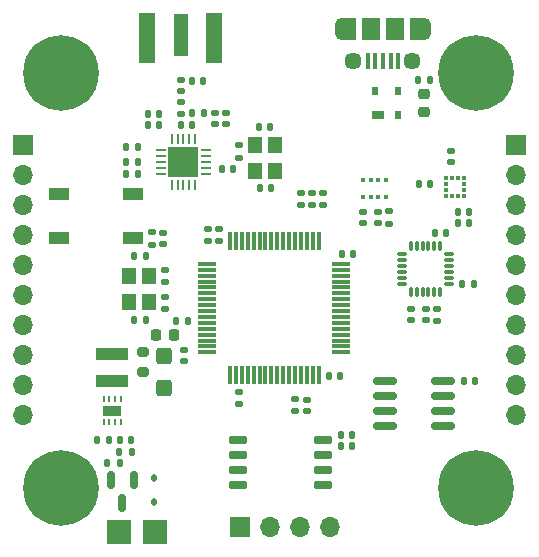
<source format=gts>
%TF.GenerationSoftware,KiCad,Pcbnew,(7.0.0)*%
%TF.CreationDate,2023-11-22T19:41:51+05:30*%
%TF.ProjectId,Drone_Controller_3.0,44726f6e-655f-4436-9f6e-74726f6c6c65,rev?*%
%TF.SameCoordinates,Original*%
%TF.FileFunction,Soldermask,Top*%
%TF.FilePolarity,Negative*%
%FSLAX46Y46*%
G04 Gerber Fmt 4.6, Leading zero omitted, Abs format (unit mm)*
G04 Created by KiCad (PCBNEW (7.0.0)) date 2023-11-22 19:41:51*
%MOMM*%
%LPD*%
G01*
G04 APERTURE LIST*
G04 Aperture macros list*
%AMRoundRect*
0 Rectangle with rounded corners*
0 $1 Rounding radius*
0 $2 $3 $4 $5 $6 $7 $8 $9 X,Y pos of 4 corners*
0 Add a 4 corners polygon primitive as box body*
4,1,4,$2,$3,$4,$5,$6,$7,$8,$9,$2,$3,0*
0 Add four circle primitives for the rounded corners*
1,1,$1+$1,$2,$3*
1,1,$1+$1,$4,$5*
1,1,$1+$1,$6,$7*
1,1,$1+$1,$8,$9*
0 Add four rect primitives between the rounded corners*
20,1,$1+$1,$2,$3,$4,$5,0*
20,1,$1+$1,$4,$5,$6,$7,0*
20,1,$1+$1,$6,$7,$8,$9,0*
20,1,$1+$1,$8,$9,$2,$3,0*%
G04 Aperture macros list end*
%ADD10RoundRect,0.140000X-0.140000X-0.170000X0.140000X-0.170000X0.140000X0.170000X-0.140000X0.170000X0*%
%ADD11RoundRect,0.135000X-0.135000X-0.185000X0.135000X-0.185000X0.135000X0.185000X-0.135000X0.185000X0*%
%ADD12R,1.800000X1.100000*%
%ADD13RoundRect,0.135000X0.185000X-0.135000X0.185000X0.135000X-0.185000X0.135000X-0.185000X-0.135000X0*%
%ADD14RoundRect,0.062500X0.062500X-0.350000X0.062500X0.350000X-0.062500X0.350000X-0.062500X-0.350000X0*%
%ADD15RoundRect,0.062500X0.350000X-0.062500X0.350000X0.062500X-0.350000X0.062500X-0.350000X-0.062500X0*%
%ADD16R,2.500000X2.500000*%
%ADD17RoundRect,0.140000X0.140000X0.170000X-0.140000X0.170000X-0.140000X-0.170000X0.140000X-0.170000X0*%
%ADD18RoundRect,0.218750X0.256250X-0.218750X0.256250X0.218750X-0.256250X0.218750X-0.256250X-0.218750X0*%
%ADD19R,1.270000X3.600000*%
%ADD20R,1.350000X4.200000*%
%ADD21RoundRect,0.140000X0.170000X-0.140000X0.170000X0.140000X-0.170000X0.140000X-0.170000X-0.140000X0*%
%ADD22RoundRect,0.150000X-0.150000X0.587500X-0.150000X-0.587500X0.150000X-0.587500X0.150000X0.587500X0*%
%ADD23RoundRect,0.200000X0.275000X-0.200000X0.275000X0.200000X-0.275000X0.200000X-0.275000X-0.200000X0*%
%ADD24RoundRect,0.075000X-0.350000X-0.075000X0.350000X-0.075000X0.350000X0.075000X-0.350000X0.075000X0*%
%ADD25RoundRect,0.075000X0.075000X-0.350000X0.075000X0.350000X-0.075000X0.350000X-0.075000X-0.350000X0*%
%ADD26RoundRect,0.218750X-0.218750X-0.256250X0.218750X-0.256250X0.218750X0.256250X-0.218750X0.256250X0*%
%ADD27R,0.250000X0.500000*%
%ADD28R,1.600000X0.900000*%
%ADD29RoundRect,0.135000X-0.185000X0.135000X-0.185000X-0.135000X0.185000X-0.135000X0.185000X0.135000X0*%
%ADD30RoundRect,0.150000X-0.825000X-0.150000X0.825000X-0.150000X0.825000X0.150000X-0.825000X0.150000X0*%
%ADD31C,0.800000*%
%ADD32C,6.400000*%
%ADD33RoundRect,0.140000X-0.170000X0.140000X-0.170000X-0.140000X0.170000X-0.140000X0.170000X0.140000X0*%
%ADD34RoundRect,0.150000X-0.650000X-0.150000X0.650000X-0.150000X0.650000X0.150000X-0.650000X0.150000X0*%
%ADD35RoundRect,0.135000X0.135000X0.185000X-0.135000X0.185000X-0.135000X-0.185000X0.135000X-0.185000X0*%
%ADD36RoundRect,0.147500X0.147500X0.172500X-0.147500X0.172500X-0.147500X-0.172500X0.147500X-0.172500X0*%
%ADD37R,1.700000X1.700000*%
%ADD38O,1.700000X1.700000*%
%ADD39R,2.000000X2.000000*%
%ADD40R,0.300000X0.350000*%
%ADD41R,0.350000X0.300000*%
%ADD42R,0.400000X1.350000*%
%ADD43O,1.200000X1.900000*%
%ADD44R,1.200000X1.900000*%
%ADD45C,1.450000*%
%ADD46R,1.500000X1.900000*%
%ADD47R,1.200000X1.400000*%
%ADD48R,2.750000X1.000000*%
%ADD49RoundRect,0.147500X-0.147500X-0.172500X0.147500X-0.172500X0.147500X0.172500X-0.147500X0.172500X0*%
%ADD50RoundRect,0.112500X0.112500X-0.187500X0.112500X0.187500X-0.112500X0.187500X-0.112500X-0.187500X0*%
%ADD51RoundRect,0.147500X0.172500X-0.147500X0.172500X0.147500X-0.172500X0.147500X-0.172500X-0.147500X0*%
%ADD52RoundRect,0.250000X-0.425000X0.450000X-0.425000X-0.450000X0.425000X-0.450000X0.425000X0.450000X0*%
%ADD53R,1.000000X0.700000*%
%ADD54R,0.600000X0.700000*%
%ADD55R,0.350000X0.350000*%
%ADD56RoundRect,0.075000X-0.700000X-0.075000X0.700000X-0.075000X0.700000X0.075000X-0.700000X0.075000X0*%
%ADD57RoundRect,0.075000X-0.075000X-0.700000X0.075000X-0.700000X0.075000X0.700000X-0.075000X0.700000X0*%
G04 APERTURE END LIST*
D10*
%TO.C,C4*%
X140772000Y-58953400D03*
X141732000Y-58953400D03*
%TD*%
D11*
%TO.C,R7*%
X130198400Y-81889600D03*
X131218400Y-81889600D03*
%TD*%
D12*
%TO.C,SW1*%
X126998799Y-61040399D03*
X133198799Y-61040399D03*
X126998799Y-64740399D03*
X133198799Y-64740399D03*
%TD*%
D13*
%TO.C,R4*%
X147421600Y-61976000D03*
X147421600Y-60956000D03*
%TD*%
D14*
%TO.C,U1*%
X136497000Y-60280600D03*
X136997000Y-60280600D03*
X137497000Y-60280600D03*
X137997000Y-60280600D03*
X138497000Y-60280600D03*
D15*
X139434500Y-59343100D03*
X139434500Y-58843100D03*
X139434500Y-58343100D03*
X139434500Y-57843100D03*
X139434500Y-57343100D03*
D14*
X138497000Y-56405600D03*
X137997000Y-56405600D03*
X137497000Y-56405600D03*
X136997000Y-56405600D03*
X136497000Y-56405600D03*
D15*
X135559500Y-57343100D03*
X135559500Y-57843100D03*
X135559500Y-58343100D03*
X135559500Y-58843100D03*
X135559500Y-59343100D03*
D16*
X137496999Y-58343099D03*
%TD*%
D17*
%TO.C,C5*%
X135430200Y-54279800D03*
X134470200Y-54279800D03*
%TD*%
D13*
%TO.C,R16*%
X135940800Y-68478400D03*
X135940800Y-67458400D03*
%TD*%
D18*
%TO.C,D3*%
X157835600Y-54127500D03*
X157835600Y-52552500D03*
%TD*%
D13*
%TO.C,R12*%
X149352000Y-61976000D03*
X149352000Y-60956000D03*
%TD*%
D19*
%TO.C,J1*%
X137261599Y-47628199D03*
D20*
X140086599Y-47828199D03*
X134436599Y-47828199D03*
%TD*%
D21*
%TO.C,C19*%
X160172400Y-58341200D03*
X160172400Y-57381200D03*
%TD*%
D22*
%TO.C,Q1*%
X133284000Y-85297800D03*
X131384000Y-85297800D03*
X132334000Y-87172800D03*
%TD*%
D10*
%TO.C,C13*%
X161114800Y-68630800D03*
X162074800Y-68630800D03*
%TD*%
D23*
%TO.C,FB2*%
X134061200Y-76087800D03*
X134061200Y-74437800D03*
%TD*%
D24*
%TO.C,U2*%
X156038000Y-66161600D03*
X156038000Y-66661600D03*
X156038000Y-67161600D03*
X156038000Y-67661600D03*
X156038000Y-68161600D03*
X156038000Y-68661600D03*
D25*
X156738000Y-69361600D03*
X157238000Y-69361600D03*
X157738000Y-69361600D03*
X158238000Y-69361600D03*
X158738000Y-69361600D03*
X159238000Y-69361600D03*
D24*
X159938000Y-68661600D03*
X159938000Y-68161600D03*
X159938000Y-67661600D03*
X159938000Y-67161600D03*
X159938000Y-66661600D03*
X159938000Y-66161600D03*
D25*
X159238000Y-65461600D03*
X158738000Y-65461600D03*
X158238000Y-65461600D03*
X157738000Y-65461600D03*
X157238000Y-65461600D03*
X156738000Y-65461600D03*
%TD*%
D26*
%TO.C,D2*%
X135153300Y-72999600D03*
X136728300Y-72999600D03*
%TD*%
D21*
%TO.C,C8*%
X140157200Y-55166200D03*
X140157200Y-54206200D03*
%TD*%
D10*
%TO.C,C23*%
X132108000Y-81889600D03*
X133068000Y-81889600D03*
%TD*%
%TO.C,C31*%
X150904000Y-66090800D03*
X151864000Y-66090800D03*
%TD*%
D27*
%TO.C,U4*%
X130732399Y-80335199D03*
X131232399Y-80335199D03*
X131732399Y-80335199D03*
X132232399Y-80335199D03*
X132232399Y-78435199D03*
X131732399Y-78435199D03*
X131232399Y-78435199D03*
X130732399Y-78435199D03*
D28*
X131482399Y-79385199D03*
%TD*%
D29*
%TO.C,R14*%
X134823200Y-64310800D03*
X134823200Y-65330800D03*
%TD*%
D30*
%TO.C,U7*%
X154547800Y-76885800D03*
X154547800Y-78155800D03*
X154547800Y-79425800D03*
X154547800Y-80695800D03*
X159497800Y-80695800D03*
X159497800Y-79425800D03*
X159497800Y-78155800D03*
X159497800Y-76885800D03*
%TD*%
D31*
%TO.C,H3*%
X124740000Y-85966000D03*
X125442944Y-84268944D03*
X125442944Y-87663056D03*
X127140000Y-83566000D03*
D32*
X127140000Y-85966000D03*
D31*
X127140000Y-88366000D03*
X128837056Y-84268944D03*
X128837056Y-87663056D03*
X129540000Y-85966000D03*
%TD*%
D21*
%TO.C,C34*%
X139547600Y-64996000D03*
X139547600Y-64036000D03*
%TD*%
D33*
%TO.C,C29*%
X137515600Y-74224000D03*
X137515600Y-75184000D03*
%TD*%
D34*
%TO.C,U6*%
X142094400Y-81915000D03*
X142094400Y-83185000D03*
X142094400Y-84455000D03*
X142094400Y-85725000D03*
X149294400Y-85725000D03*
X149294400Y-84455000D03*
X149294400Y-83185000D03*
X149294400Y-81915000D03*
%TD*%
D17*
%TO.C,C20*%
X161668400Y-62534800D03*
X160708400Y-62534800D03*
%TD*%
%TO.C,C16*%
X158366400Y-60198000D03*
X157406400Y-60198000D03*
%TD*%
D35*
%TO.C,R1*%
X133656800Y-57099200D03*
X132636800Y-57099200D03*
%TD*%
D31*
%TO.C,H2*%
X159906000Y-50800000D03*
X160608944Y-49102944D03*
X160608944Y-52497056D03*
X162306000Y-48400000D03*
D32*
X162306000Y-50800000D03*
D31*
X162306000Y-53200000D03*
X164003056Y-49102944D03*
X164003056Y-52497056D03*
X164706000Y-50800000D03*
%TD*%
D13*
%TO.C,R17*%
X135940800Y-70815200D03*
X135940800Y-69795200D03*
%TD*%
D21*
%TO.C,C37*%
X135788400Y-65278000D03*
X135788400Y-64318000D03*
%TD*%
D33*
%TO.C,C12*%
X156768800Y-70792400D03*
X156768800Y-71752400D03*
%TD*%
D10*
%TO.C,C39*%
X133327200Y-66294000D03*
X134287200Y-66294000D03*
%TD*%
%TO.C,C32*%
X149786400Y-76454000D03*
X150746400Y-76454000D03*
%TD*%
D36*
%TO.C,L3*%
X139222400Y-54229000D03*
X138252400Y-54229000D03*
%TD*%
D10*
%TO.C,C27*%
X161216400Y-76911200D03*
X162176400Y-76911200D03*
%TD*%
D37*
%TO.C,J5*%
X165658799Y-56895999D03*
D38*
X165658799Y-59435999D03*
X165658799Y-61975999D03*
X165658799Y-64515999D03*
X165658799Y-67055999D03*
X165658799Y-69595999D03*
X165658799Y-72135999D03*
X165658799Y-74675999D03*
X165658799Y-77215999D03*
X165658799Y-79755999D03*
%TD*%
D39*
%TO.C,J2*%
X132079999Y-89661999D03*
%TD*%
D21*
%TO.C,C30*%
X140512800Y-64996000D03*
X140512800Y-64036000D03*
%TD*%
D17*
%TO.C,C11*%
X139164000Y-51460400D03*
X138204000Y-51460400D03*
%TD*%
D35*
%TO.C,R15*%
X137873200Y-71780400D03*
X136853200Y-71780400D03*
%TD*%
D10*
%TO.C,C26*%
X150802400Y-82397600D03*
X151762400Y-82397600D03*
%TD*%
D40*
%TO.C,U3*%
X161227199Y-59701999D03*
X160727199Y-59701999D03*
X160227199Y-59701999D03*
X159727199Y-59701999D03*
D41*
X159727199Y-60201999D03*
X159727199Y-60701999D03*
D40*
X159727199Y-61201999D03*
X160227199Y-61201999D03*
X160727199Y-61201999D03*
X161227199Y-61201999D03*
D41*
X161227199Y-60701999D03*
X161227199Y-60201999D03*
%TD*%
D33*
%TO.C,C14*%
X158038800Y-70792400D03*
X158038800Y-71752400D03*
%TD*%
D39*
%TO.C,J3*%
X135127999Y-89661999D03*
%TD*%
D37*
%TO.C,J4*%
X123901199Y-56895999D03*
D38*
X123901199Y-59435999D03*
X123901199Y-61975999D03*
X123901199Y-64515999D03*
X123901199Y-67055999D03*
X123901199Y-69595999D03*
X123901199Y-72135999D03*
X123901199Y-74675999D03*
X123901199Y-77215999D03*
X123901199Y-79755999D03*
%TD*%
D13*
%TO.C,R5*%
X148386800Y-61976000D03*
X148386800Y-60956000D03*
%TD*%
D42*
%TO.C,J7*%
X155681199Y-49824099D03*
X155031199Y-49824099D03*
X154381199Y-49824099D03*
X153731199Y-49824099D03*
X153081199Y-49824099D03*
D43*
X157881199Y-47124099D03*
D44*
X157281199Y-47124099D03*
D45*
X156881200Y-49824100D03*
D46*
X155381199Y-47124099D03*
X153381199Y-47124099D03*
D45*
X151881200Y-49824100D03*
D44*
X151481199Y-47124099D03*
D43*
X150881199Y-47124099D03*
%TD*%
D35*
%TO.C,R18*%
X158396400Y-51358800D03*
X157376400Y-51358800D03*
%TD*%
D21*
%TO.C,C10*%
X137289600Y-52372200D03*
X137289600Y-51412200D03*
%TD*%
D29*
%TO.C,R2*%
X142189200Y-56944800D03*
X142189200Y-57964800D03*
%TD*%
D47*
%TO.C,Y1*%
X143551599Y-56888199D03*
X143551599Y-59088199D03*
X145251599Y-59088199D03*
X145251599Y-56888199D03*
%TD*%
D48*
%TO.C,L4*%
X131470399Y-76874399D03*
X131470399Y-74574399D03*
%TD*%
D17*
%TO.C,C2*%
X135432800Y-55219600D03*
X134472800Y-55219600D03*
%TD*%
D13*
%TO.C,R13*%
X146964400Y-79453200D03*
X146964400Y-78433200D03*
%TD*%
D10*
%TO.C,C25*%
X150802400Y-81432400D03*
X151762400Y-81432400D03*
%TD*%
D49*
%TO.C,L1*%
X137261800Y-55219600D03*
X138231800Y-55219600D03*
%TD*%
D11*
%TO.C,R9*%
X131062000Y-83820000D03*
X132082000Y-83820000D03*
%TD*%
D50*
%TO.C,D1*%
X135026400Y-87156000D03*
X135026400Y-85056000D03*
%TD*%
D17*
%TO.C,C1*%
X133626800Y-59334400D03*
X132666800Y-59334400D03*
%TD*%
D51*
%TO.C,L2*%
X137289600Y-54256800D03*
X137289600Y-53286800D03*
%TD*%
D37*
%TO.C,J6*%
X142300799Y-89204799D03*
D38*
X144840799Y-89204799D03*
X147380799Y-89204799D03*
X149920799Y-89204799D03*
%TD*%
D31*
%TO.C,H4*%
X159906000Y-85932944D03*
X160608944Y-84235888D03*
X160608944Y-87630000D03*
X162306000Y-83532944D03*
D32*
X162306000Y-85932944D03*
D31*
X162306000Y-88332944D03*
X164003056Y-84235888D03*
X164003056Y-87630000D03*
X164706000Y-85932944D03*
%TD*%
D17*
%TO.C,C40*%
X134310000Y-71727600D03*
X133350000Y-71727600D03*
%TD*%
D10*
%TO.C,C15*%
X158778000Y-64312800D03*
X159738000Y-64312800D03*
%TD*%
D31*
%TO.C,H1*%
X124740000Y-50800000D03*
X125442944Y-49102944D03*
X125442944Y-52497056D03*
X127140000Y-48400000D03*
D32*
X127140000Y-50800000D03*
D31*
X127140000Y-53200000D03*
X128837056Y-49102944D03*
X128837056Y-52497056D03*
X129540000Y-50800000D03*
%TD*%
D17*
%TO.C,C7*%
X144932400Y-60579000D03*
X143972400Y-60579000D03*
%TD*%
D29*
%TO.C,R3*%
X159004000Y-70762400D03*
X159004000Y-71782400D03*
%TD*%
D17*
%TO.C,C3*%
X133626800Y-58369200D03*
X132666800Y-58369200D03*
%TD*%
D33*
%TO.C,C18*%
X153974800Y-62562800D03*
X153974800Y-63522800D03*
%TD*%
D52*
%TO.C,C28*%
X135890000Y-74776400D03*
X135890000Y-77476400D03*
%TD*%
D33*
%TO.C,C17*%
X152704800Y-62562800D03*
X152704800Y-63522800D03*
%TD*%
D21*
%TO.C,C9*%
X141097000Y-55166200D03*
X141097000Y-54206200D03*
%TD*%
D13*
%TO.C,R6*%
X154940000Y-63552800D03*
X154940000Y-62532800D03*
%TD*%
D53*
%TO.C,D4*%
X153935999Y-54339999D03*
D54*
X155635999Y-54339999D03*
X155635999Y-52339999D03*
X153735999Y-52339999D03*
%TD*%
D47*
%TO.C,Y2*%
X132906399Y-68036799D03*
X132906399Y-70236799D03*
X134606399Y-70236799D03*
X134606399Y-68036799D03*
%TD*%
D33*
%TO.C,C38*%
X147929600Y-78463200D03*
X147929600Y-79423200D03*
%TD*%
D17*
%TO.C,C21*%
X161668400Y-63500000D03*
X160708400Y-63500000D03*
%TD*%
D33*
%TO.C,C33*%
X142240000Y-77853600D03*
X142240000Y-78813600D03*
%TD*%
D55*
%TO.C,IC1*%
X152694999Y-59879399D03*
X153344999Y-59879399D03*
X153994999Y-59879399D03*
X154644999Y-59879399D03*
X154644999Y-61329399D03*
X153994999Y-61329399D03*
X153344999Y-61329399D03*
X152694999Y-61329399D03*
%TD*%
D10*
%TO.C,C6*%
X143870800Y-55397400D03*
X144830800Y-55397400D03*
%TD*%
D11*
%TO.C,R10*%
X132078000Y-82854800D03*
X133098000Y-82854800D03*
%TD*%
D56*
%TO.C,U5*%
X139511400Y-66963600D03*
X139511400Y-67463600D03*
X139511400Y-67963600D03*
X139511400Y-68463600D03*
X139511400Y-68963600D03*
X139511400Y-69463600D03*
X139511400Y-69963600D03*
X139511400Y-70463600D03*
X139511400Y-70963600D03*
X139511400Y-71463600D03*
X139511400Y-71963600D03*
X139511400Y-72463600D03*
X139511400Y-72963600D03*
X139511400Y-73463600D03*
X139511400Y-73963600D03*
X139511400Y-74463600D03*
D57*
X141436400Y-76388600D03*
X141936400Y-76388600D03*
X142436400Y-76388600D03*
X142936400Y-76388600D03*
X143436400Y-76388600D03*
X143936400Y-76388600D03*
X144436400Y-76388600D03*
X144936400Y-76388600D03*
X145436400Y-76388600D03*
X145936400Y-76388600D03*
X146436400Y-76388600D03*
X146936400Y-76388600D03*
X147436400Y-76388600D03*
X147936400Y-76388600D03*
X148436400Y-76388600D03*
X148936400Y-76388600D03*
D56*
X150861400Y-74463600D03*
X150861400Y-73963600D03*
X150861400Y-73463600D03*
X150861400Y-72963600D03*
X150861400Y-72463600D03*
X150861400Y-71963600D03*
X150861400Y-71463600D03*
X150861400Y-70963600D03*
X150861400Y-70463600D03*
X150861400Y-69963600D03*
X150861400Y-69463600D03*
X150861400Y-68963600D03*
X150861400Y-68463600D03*
X150861400Y-67963600D03*
X150861400Y-67463600D03*
X150861400Y-66963600D03*
D57*
X148936400Y-65038600D03*
X148436400Y-65038600D03*
X147936400Y-65038600D03*
X147436400Y-65038600D03*
X146936400Y-65038600D03*
X146436400Y-65038600D03*
X145936400Y-65038600D03*
X145436400Y-65038600D03*
X144936400Y-65038600D03*
X144436400Y-65038600D03*
X143936400Y-65038600D03*
X143436400Y-65038600D03*
X142936400Y-65038600D03*
X142436400Y-65038600D03*
X141936400Y-65038600D03*
X141436400Y-65038600D03*
%TD*%
M02*

</source>
